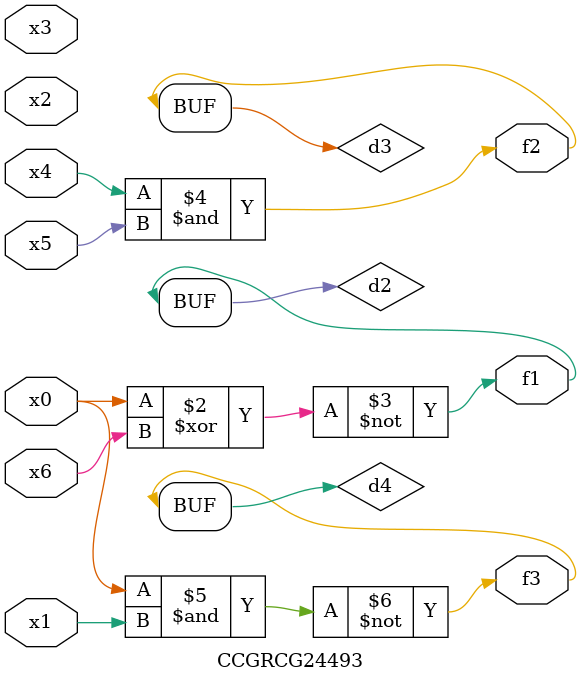
<source format=v>
module CCGRCG24493(
	input x0, x1, x2, x3, x4, x5, x6,
	output f1, f2, f3
);

	wire d1, d2, d3, d4;

	nor (d1, x0);
	xnor (d2, x0, x6);
	and (d3, x4, x5);
	nand (d4, x0, x1);
	assign f1 = d2;
	assign f2 = d3;
	assign f3 = d4;
endmodule

</source>
